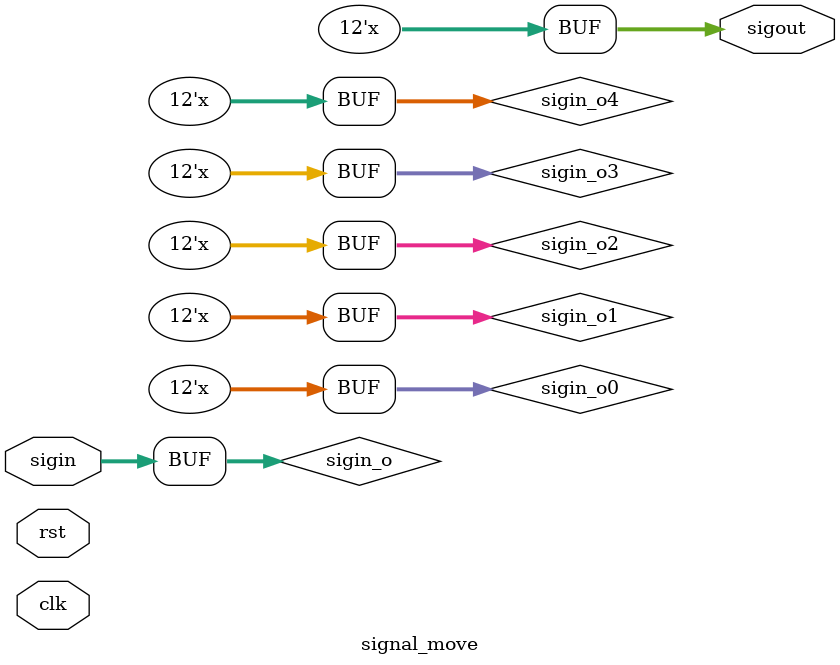
<source format=v>
`timescale 1ns / 1ns

module signal_move(
	 input rst,
	 input clk,
	 
    input 	  [11:0]sigin,
	 output reg[11:0]sigout
	 
    );

(* syn_preserve = 1 *)reg [11:0]sigin_o,sigin_o0,sigin_o1,sigin_o2,sigin_o3,sigin_o4;
		
always@(*)
	begin
		sigin_o<=sigin;
		sigin_o0[11:0]<=sigin_o[11:0]-1;
		sigin_o1[11:0]<=~sigin_o0[11:0];
		if(sigin_o[11]) sigin_o2<={1'b0,sigin_o1[10:0]};
		else sigin_o2 <= sigin_o;
		sigin_o3<=sigin_o2+12'h7ff;
		if(sigin_o[11])sigin_o4<=sigin_o3-(2*(sigin_o3-12'h7ff));
		else sigin_o4<=sigin_o3;
		sigout<=sigin_o4;
	end	 
	 
endmodule
</source>
